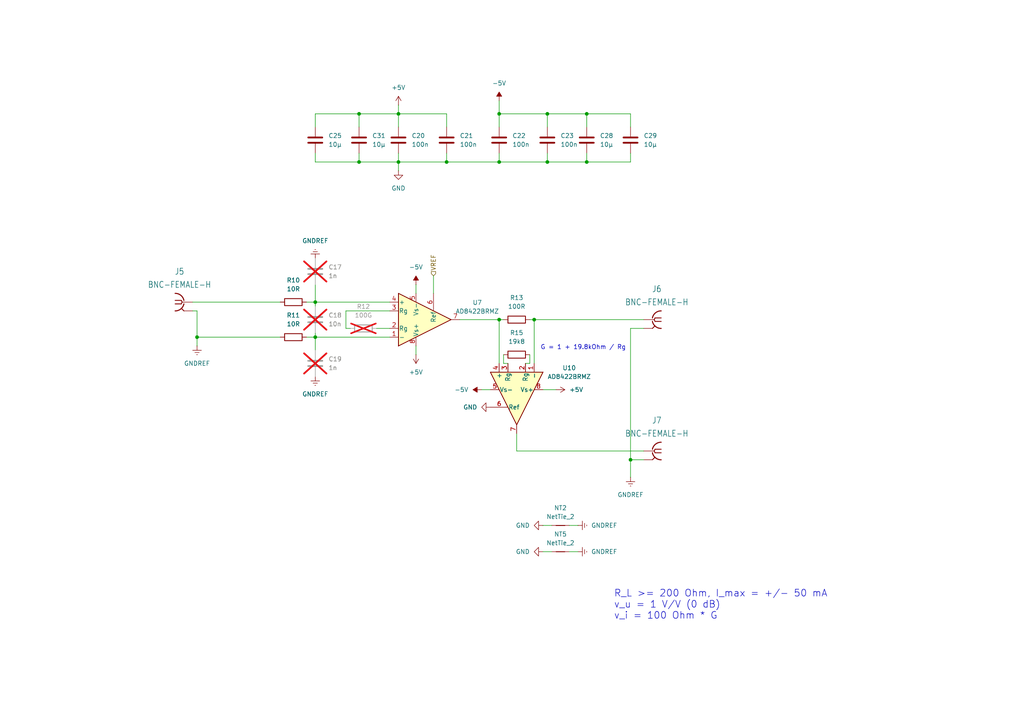
<source format=kicad_sch>
(kicad_sch (version 20231120) (generator "eeschema") (generator_version "8.0")
  (paper "A4")
  (lib_symbols
    (symbol "Amplifier_Instrumentation:AD8422BRMZ" (pin_names (offset 0.127))
      (property "Reference" "U" (at 3.556 7.366 0))
      (property "Value" "AD8422BRMZ" (at 7.366 5.334 0))
      (symbol "AD8422BRMZ_0_1"
        (polyline (pts (xy -5.08 7.62) (xy -5.08 -7.62) (xy 10.16 0) (xy -5.08 7.62)) (stroke (width 0.254)) (fill (type background)))
      )
      (symbol "AD8422BRMZ_1_1"
        (pin input line (at -7.62 5.08 0) (length 2.54) (name "-") (number "1"))
        (pin passive line (at -7.62 2.54 0) (length 2.54) (name "Rg") (number "2"))
        (pin passive line (at -7.62 -2.54 0) (length 2.54) (name "Rg") (number "3"))
        (pin input line (at -7.62 -5.08 0) (length 2.54) (name "+") (number "4"))
        (pin power_in line (at 0 -7.62 90) (length 2.54) (name "Vs-") (number "5"))
        (pin passive line (at 5.08 -7.62 90) (length 5.08) (name "Ref") (number "6"))
        (pin output line (at 12.7 0 180) (length 2.54) (name "~") (number "7"))
        (pin power_in line (at 0 7.62 270) (length 2.54) (name "Vs+") (number "8"))
      )
    )
    (symbol "Device:NetTie_2" (pin_numbers hide) (pin_names (offset 0) hide) (in_bom no)
      (property "Reference" "NT" (at 0 1.27 0))
      (property "Value" "NetTie_2" (at 0 -1.27 0))
      (symbol "NetTie_2_0_1"
        (polyline (pts (xy -1.27 0) (xy 1.27 0)) (stroke (width 0.254)))
      )
      (symbol "NetTie_2_1_1"
        (pin passive line (at -2.54 0 0) (length 2.54) (name "1") (number "1"))
        (pin passive line (at 2.54 0 180) (length 2.54) (name "2") (number "2"))
      )
    )
    (symbol "connectors:BNC-FEMALE-H" (exclude_from_sim yes)
      (property "Reference" "J" (at -2.54 3.302 0))
      (property "Value" "BNC-FEMALE-H" (at -3.048 -5.588 0))
      (symbol "BNC-FEMALE-H_1_0"
        (arc (start -2.54 -2.54) (mid -0.9022 -1.9838) (end 0 -0.508) (stroke (width 0.3048)))
        (polyline (pts (xy -2.54 0.508) (xy -0.762 0.508)) (stroke (width 0.254)))
        (polyline (pts (xy -0.762 -0.508) (xy -2.54 -0.508)) (stroke (width 0.254)))
        (polyline (pts (xy -0.762 0.508) (xy -0.508 0)) (stroke (width 0.254)))
        (polyline (pts (xy -0.508 0) (xy -0.762 -0.508)) (stroke (width 0.254)))
        (polyline (pts (xy 0 -2.54) (xy -0.762 -1.778)) (stroke (width 0.254)))
        (polyline (pts (xy 0 0) (xy -0.508 0)) (stroke (width 0.1524)))
        (arc (start 0 0.508) (mid -0.9022 1.9838) (end -2.54 2.54) (stroke (width 0.3048)))
        (pin bidirectional line (at 2.54 0 180) (length 2.54) (name "SIG") (number "1"))
        (pin bidirectional line (at 2.54 -2.54 180) (length 2.54) (name "GND") (number "2"))
      )
    )
    (symbol "passive:C0402" (pin_numbers hide) (pin_names (offset 0.254))
      (property "Reference" "C" (at 0.635 2.54 0))
      (property "Value" "C0402" (at 0.635 -2.54 0))
      (symbol "C0402_0_1"
        (polyline (pts (xy -2.032 -0.762) (xy 2.032 -0.762)) (stroke (width 0.508)))
        (polyline (pts (xy -2.032 0.762) (xy 2.032 0.762)) (stroke (width 0.508)))
      )
      (symbol "C0402_1_1"
        (pin passive line (at 0 3.81 270) (length 2.794) (name "~") (number "1"))
        (pin passive line (at 0 -3.81 90) (length 2.794) (name "~") (number "2"))
      )
    )
    (symbol "passive:C0805" (pin_numbers hide) (pin_names (offset 0.254))
      (property "Reference" "C" (at 0.635 2.54 0))
      (property "Value" "C0805" (at 0.635 -2.54 0))
      (symbol "C0805_0_1"
        (polyline (pts (xy -2.032 -0.762) (xy 2.032 -0.762)) (stroke (width 0.508)))
        (polyline (pts (xy -2.032 0.762) (xy 2.032 0.762)) (stroke (width 0.508)))
      )
      (symbol "C0805_1_1"
        (pin passive line (at 0 3.81 270) (length 2.794) (name "~") (number "1"))
        (pin passive line (at 0 -3.81 90) (length 2.794) (name "~") (number "2"))
      )
    )
    (symbol "passive:R0402" (pin_numbers hide) (pin_names (offset 0))
      (property "Reference" "R" (at 2.032 0 90))
      (property "Value" "R" (at 0 0 90))
      (symbol "R0402_0_1"
        (rectangle (start -1.016 -2.54) (end 1.016 2.54) (stroke (width 0.254)))
      )
      (symbol "R0402_1_1"
        (pin passive line (at 0 3.81 270) (length 1.27) (name "~") (number "1"))
        (pin passive line (at 0 -3.81 90) (length 1.27) (name "~") (number "2"))
      )
    )
    (symbol "power:+5V" (power) (pin_numbers hide) (pin_names (offset 0) hide)
      (property "Value" "+5V" (at 0 3.556 0))
      (symbol "+5V_0_1"
        (polyline (pts (xy -0.762 1.27) (xy 0 2.54)))
        (polyline (pts (xy 0 0) (xy 0 2.54)))
        (polyline (pts (xy 0 2.54) (xy 0.762 1.27)))
      )
      (symbol "+5V_1_1"
        (pin power_in line (at 0 0 90) (length 0) (name "~") (number "1"))
      )
    )
    (symbol "power:-5V" (power) (pin_numbers hide) (pin_names (offset 0) hide)
      (property "Value" "-5V" (at 0 3.556 0))
      (symbol "-5V_0_0"
        (pin power_in line (at 0 0 90) (length 0) (name "~") (number "1"))
      )
      (symbol "-5V_0_1"
        (polyline (pts (xy 0 0) (xy 0 1.27) (xy 0.762 1.27) (xy 0 2.54) (xy -0.762 1.27) (xy 0 1.27)) (fill (type outline)))
      )
    )
    (symbol "power:GND" (power) (pin_numbers hide) (pin_names (offset 0) hide)
      (property "Value" "GND" (at 0 -3.81 0))
      (symbol "GND_0_1"
        (polyline (pts (xy 0 0) (xy 0 -1.27) (xy 1.27 -1.27) (xy 0 -2.54) (xy -1.27 -1.27) (xy 0 -1.27)))
      )
      (symbol "GND_1_1"
        (pin power_in line (at 0 0 270) (length 0) (name "~") (number "1"))
      )
    )
    (symbol "power:GNDREF" (power) (pin_numbers hide) (pin_names (offset 0) hide)
      (property "Value" "GNDREF" (at 0 -3.81 0))
      (symbol "GNDREF_0_1"
        (polyline (pts (xy -0.635 -1.905) (xy 0.635 -1.905)))
        (polyline (pts (xy -0.127 -2.54) (xy 0.127 -2.54)))
        (polyline (pts (xy 0 -1.27) (xy 0 0)))
        (polyline (pts (xy 1.27 -1.27) (xy -1.27 -1.27)))
      )
      (symbol "GNDREF_1_1"
        (pin power_in line (at 0 0 270) (length 0) (name "~") (number "1"))
      )
    )
  )
  (junction (at 104.14 46.99))
  (junction (at 115.57 33.02))
  (junction (at 154.94 92.71))
  (junction (at 182.88 133.35))
  (junction (at 144.78 46.99))
  (junction (at 170.18 33.02))
  (junction (at 91.44 97.79))
  (junction (at 144.78 33.02))
  (junction (at 91.44 87.63))
  (junction (at 158.75 46.99))
  (junction (at 144.78 92.71))
  (junction (at 158.75 33.02))
  (junction (at 115.57 46.99))
  (junction (at 129.54 46.99))
  (junction (at 104.14 33.02))
  (junction (at 170.18 46.99))
  (junction (at 57.15 97.79))
  (wire (pts (xy 158.75 33.02) (xy 158.75 36.83)))
  (wire (pts (xy 115.57 30.48) (xy 115.57 33.02)))
  (wire (pts (xy 170.18 44.45) (xy 170.18 46.99)))
  (wire (pts (xy 100.33 90.17) (xy 100.33 95.25)))
  (wire (pts (xy 153.67 92.71) (xy 154.94 92.71)))
  (wire (pts (xy 182.88 95.25) (xy 182.88 133.35)))
  (wire (pts (xy 158.75 46.99) (xy 170.18 46.99)))
  (wire (pts (xy 158.75 44.45) (xy 158.75 46.99)))
  (wire (pts (xy 55.88 90.17) (xy 57.15 90.17)))
  (wire (pts (xy 109.22 95.25) (xy 113.03 95.25)))
  (wire (pts (xy 91.44 82.55) (xy 91.44 87.63)))
  (wire (pts (xy 186.69 130.81) (xy 149.86 130.81)))
  (wire (pts (xy 133.35 92.71) (xy 144.78 92.71)))
  (wire (pts (xy 147.32 105.41) (xy 146.05 105.41)))
  (wire (pts (xy 57.15 97.79) (xy 81.28 97.79)))
  (wire (pts (xy 170.18 33.02) (xy 182.88 33.02)))
  (wire (pts (xy 154.94 92.71) (xy 186.69 92.71)))
  (wire (pts (xy 129.54 46.99) (xy 144.78 46.99)))
  (wire (pts (xy 186.69 95.25) (xy 182.88 95.25)))
  (wire (pts (xy 170.18 36.83) (xy 170.18 33.02)))
  (wire (pts (xy 139.7 113.03) (xy 142.24 113.03)))
  (wire (pts (xy 115.57 44.45) (xy 115.57 46.99)))
  (wire (pts (xy 91.44 44.45) (xy 91.44 46.99)))
  (wire (pts (xy 144.78 33.02) (xy 158.75 33.02)))
  (wire (pts (xy 182.88 133.35) (xy 186.69 133.35)))
  (wire (pts (xy 165.1 160.02) (xy 167.64 160.02)))
  (wire (pts (xy 144.78 92.71) (xy 144.78 105.41)))
  (wire (pts (xy 104.14 44.45) (xy 104.14 46.99)))
  (wire (pts (xy 152.4 105.41) (xy 153.67 105.41)))
  (wire (pts (xy 91.44 97.79) (xy 113.03 97.79)))
  (wire (pts (xy 144.78 36.83) (xy 144.78 33.02)))
  (wire (pts (xy 91.44 87.63) (xy 113.03 87.63)))
  (wire (pts (xy 88.9 97.79) (xy 91.44 97.79)))
  (wire (pts (xy 125.73 80.01) (xy 125.73 85.09)))
  (wire (pts (xy 182.88 44.45) (xy 182.88 46.99)))
  (wire (pts (xy 91.44 97.79) (xy 91.44 101.6)))
  (wire (pts (xy 170.18 46.99) (xy 182.88 46.99)))
  (wire (pts (xy 158.75 33.02) (xy 170.18 33.02)))
  (wire (pts (xy 144.78 44.45) (xy 144.78 46.99)))
  (wire (pts (xy 153.67 102.87) (xy 153.67 105.41)))
  (wire (pts (xy 91.44 46.99) (xy 104.14 46.99)))
  (wire (pts (xy 104.14 36.83) (xy 104.14 33.02)))
  (wire (pts (xy 115.57 33.02) (xy 115.57 36.83)))
  (wire (pts (xy 182.88 36.83) (xy 182.88 33.02)))
  (wire (pts (xy 165.1 152.4) (xy 167.64 152.4)))
  (wire (pts (xy 129.54 33.02) (xy 129.54 36.83)))
  (wire (pts (xy 91.44 96.52) (xy 91.44 97.79)))
  (wire (pts (xy 88.9 87.63) (xy 91.44 87.63)))
  (wire (pts (xy 144.78 92.71) (xy 146.05 92.71)))
  (wire (pts (xy 91.44 33.02) (xy 104.14 33.02)))
  (wire (pts (xy 100.33 95.25) (xy 101.6 95.25)))
  (wire (pts (xy 157.48 152.4) (xy 160.02 152.4)))
  (wire (pts (xy 182.88 133.35) (xy 182.88 138.43)))
  (wire (pts (xy 100.33 90.17) (xy 113.03 90.17)))
  (wire (pts (xy 57.15 97.79) (xy 57.15 100.33)))
  (wire (pts (xy 149.86 130.81) (xy 149.86 125.73)))
  (wire (pts (xy 146.05 102.87) (xy 146.05 105.41)))
  (wire (pts (xy 104.14 33.02) (xy 115.57 33.02)))
  (wire (pts (xy 55.88 87.63) (xy 81.28 87.63)))
  (wire (pts (xy 144.78 29.21) (xy 144.78 33.02)))
  (wire (pts (xy 129.54 44.45) (xy 129.54 46.99)))
  (wire (pts (xy 157.48 113.03) (xy 161.29 113.03)))
  (wire (pts (xy 154.94 92.71) (xy 154.94 105.41)))
  (wire (pts (xy 91.44 36.83) (xy 91.44 33.02)))
  (wire (pts (xy 115.57 33.02) (xy 129.54 33.02)))
  (wire (pts (xy 115.57 46.99) (xy 129.54 46.99)))
  (wire (pts (xy 115.57 46.99) (xy 115.57 49.53)))
  (wire (pts (xy 91.44 87.63) (xy 91.44 88.9)))
  (wire (pts (xy 120.65 82.55) (xy 120.65 85.09)))
  (wire (pts (xy 104.14 46.99) (xy 115.57 46.99)))
  (wire (pts (xy 158.75 46.99) (xy 144.78 46.99)))
  (wire (pts (xy 57.15 90.17) (xy 57.15 97.79)))
  (wire (pts (xy 157.48 160.02) (xy 160.02 160.02)))
  (wire (pts (xy 120.65 100.33) (xy 120.65 102.87)))
  (text "R_L >= 200 Ohm, I_max = +/- 50 mA\nv_u = 1 V/V (0 dB)\nv_i = 100 Ohm * G" (at 178.054 179.832 0) (effects (font (size 2 2)) (justify left bottom)))
  (text "G = 1 + 19.8kOhm / Rg" (at 169.164 100.838 0) (effects (font (size 1.27 1.27))))
  (hierarchical_label "VREF" (shape input) (at 125.73 80.01 90))
  (symbol (lib_id "passive:R0402") (at 149.86 102.87 270) (unit 1)
    (property "Reference" "R15" (at 149.86 96.52 90))
    (property "Value" "19k8" (at 149.86 99.06 90))
    (property "Footprint" "Resistor_SMD:R_0402_1005Metric" (effects (hide yes)))
    (property "Description" "Resistor" (effects (hide yes)))
    (instances (project "MXO_Offset_Generator" (path "" (reference "R15") (unit 1)) (path "" (reference "R14") (unit 1))))
  )
  (symbol (lib_id "passive:R0402") (at 85.09 87.63 90) (unit 1)
    (property "Reference" "R10" (at 85.09 81.28 90))
    (property "Value" "10R" (at 85.09 83.82 90))
    (property "Footprint" "Resistor_SMD:R_0402_1005Metric" (effects (hide yes)))
    (property "Description" "Resistor" (effects (hide yes)))
    (instances (project "MXO_Offset_Generator" (path "" (reference "R10") (unit 1)) (path "" (reference "R6") (unit 1))))
  )
  (symbol (lib_id "passive:C0402") (at 129.54 40.64 0) (unit 1)
    (property "Reference" "C21" (at 133.35 39.3699 0) (effects (justify left)))
    (property "Value" "100n" (at 133.35 41.9099 0) (effects (justify left)))
    (property "Footprint" "Capacitor_SMD:C_0402_1005Metric" (effects (hide yes)))
    (property "Description" "Unpolarized capacitor" (effects (hide yes)))
    (instances (project "MXO_Offset_Generator" (path "" (reference "C21") (unit 1)) (path "" (reference "C14") (unit 1))))
  )
  (symbol (lib_id "power:-5V") (at 120.65 82.55 0) (unit 1)
    (property "Reference" "#PWR038" (effects (hide yes)))
    (property "Value" "-5V" (at 120.65 77.47 0))
    (property "Description" "Power symbol creates a global label with name \"-5V\"" (effects (hide yes)))
    (instances (project "MXO_Offset_Generator" (path "" (reference "#PWR038") (unit 1)) (path "" (reference "#PWR022") (unit 1))))
  )
  (symbol (lib_id "passive:C0402") (at 91.44 105.41 0) (unit 1) (dnp yes)
    (property "Reference" "C19" (at 95.25 104.1399 0) (effects (justify left)))
    (property "Value" "1n" (at 95.25 106.6799 0) (effects (justify left)))
    (property "Footprint" "Capacitor_SMD:C_0402_1005Metric" (effects (hide yes)))
    (property "Description" "Unpolarized capacitor" (effects (hide yes)))
    (instances (project "MXO_Offset_Generator" (path "" (reference "C19") (unit 1)) (path "" (reference "C12") (unit 1))))
  )
  (symbol (lib_id "passive:C0805") (at 170.18 40.64 0) (unit 1)
    (property "Reference" "C28" (at 173.99 39.3699 0) (effects (justify left)))
    (property "Value" "10µ" (at 173.99 41.9099 0) (effects (justify left)))
    (property "Footprint" "Capacitor_SMD:C_0805_2012Metric" (effects (hide yes)))
    (property "Description" "Unpolarized capacitor" (effects (hide yes)))
    (instances (project "MXO_Offset_Generator" (path "" (reference "C28") (unit 1)) (path "" (reference "C26") (unit 1))))
  )
  (symbol (lib_id "power:+5V") (at 161.29 113.03 270) (unit 1)
    (property "Reference" "#PWR043" (effects (hide yes)))
    (property "Value" "+5V" (at 165.1 113.0299 90) (effects (justify left)))
    (property "Description" "Power symbol creates a global label with name \"+5V\"" (effects (hide yes)))
    (instances (project "MXO_Offset_Generator" (path "" (reference "#PWR043") (unit 1)) (path "" (reference "#PWR027") (unit 1))))
  )
  (symbol (lib_id "passive:C0805") (at 91.44 40.64 0) (unit 1)
    (property "Reference" "C25" (at 95.25 39.3699 0) (effects (justify left)))
    (property "Value" "10µ" (at 95.25 41.9099 0) (effects (justify left)))
    (property "Footprint" "Capacitor_SMD:C_0805_2012Metric" (effects (hide yes)))
    (property "Description" "Unpolarized capacitor" (effects (hide yes)))
    (instances (project "MXO_Offset_Generator" (path "" (reference "C25") (unit 1)) (path "" (reference "C24") (unit 1))))
  )
  (symbol (lib_id "Device:NetTie_2") (at 162.56 160.02 0) (unit 1) (in_bom no)
    (property "Reference" "NT4" (at 162.56 154.94 0))
    (property "Value" "NetTie_2" (at 162.56 157.48 0))
    (property "Footprint" "NetTie:NetTie-2_SMD_Pad0.5mm" (effects (hide yes)))
    (property "Description" "Net tie, 2 pins" (effects (hide yes)))
    (instances (project "MXO_Offset_Generator" (path "" (reference "NT5") (unit 1)) (path "" (reference "NT4") (unit 1))))
  )
  (symbol (lib_id "power:GND") (at 142.24 118.11 270) (unit 1)
    (property "Reference" "#PWR041" (effects (hide yes)))
    (property "Value" "GND" (at 138.43 118.1099 90) (effects (justify right)))
    (property "Description" "Power symbol creates a global label with name \"GND\" , ground" (effects (hide yes)))
    (instances (project "MXO_Offset_Generator" (path "" (reference "#PWR041") (unit 1)) (path "" (reference "#PWR025") (unit 1))))
  )
  (symbol (lib_id "passive:C0805") (at 182.88 40.64 0) (unit 1)
    (property "Reference" "C29" (at 186.69 39.3699 0) (effects (justify left)))
    (property "Value" "10µ" (at 186.69 41.9099 0) (effects (justify left)))
    (property "Footprint" "Capacitor_SMD:C_0805_2012Metric" (effects (hide yes)))
    (property "Description" "Unpolarized capacitor" (effects (hide yes)))
    (instances (project "MXO_Offset_Generator" (path "" (reference "C29") (unit 1)) (path "" (reference "C27") (unit 1))))
  )
  (symbol (lib_id "power:-5V") (at 139.7 113.03 90) (unit 1)
    (property "Reference" "#PWR040" (effects (hide yes)))
    (property "Value" "-5V" (at 135.89 113.0299 90) (effects (justify left)))
    (property "Description" "Power symbol creates a global label with name \"-5V\"" (effects (hide yes)))
    (instances (project "MXO_Offset_Generator" (path "" (reference "#PWR040") (unit 1)) (path "" (reference "#PWR024") (unit 1))))
  )
  (symbol (lib_id "passive:R0402") (at 85.09 97.79 90) (unit 1)
    (property "Reference" "R11" (at 85.09 91.44 90))
    (property "Value" "10R" (at 85.09 93.98 90))
    (property "Footprint" "Resistor_SMD:R_0402_1005Metric" (effects (hide yes)))
    (property "Description" "Resistor" (effects (hide yes)))
    (instances (project "MXO_Offset_Generator" (path "" (reference "R11") (unit 1)) (path "" (reference "R7") (unit 1))))
  )
  (symbol (lib_id "passive:C0402") (at 91.44 92.71 0) (unit 1) (dnp yes)
    (property "Reference" "C18" (at 95.25 91.4399 0) (effects (justify left)))
    (property "Value" "10n" (at 95.25 93.9799 0) (effects (justify left)))
    (property "Footprint" "Capacitor_SMD:C_0402_1005Metric" (effects (hide yes)))
    (property "Description" "Unpolarized capacitor" (effects (hide yes)))
    (instances (project "MXO_Offset_Generator" (path "" (reference "C18") (unit 1)) (path "" (reference "C11") (unit 1))))
  )
  (symbol (lib_id "passive:R0402") (at 105.41 95.25 270) (unit 1) (dnp yes)
    (property "Reference" "R12" (at 105.41 88.9 90))
    (property "Value" "100G" (at 105.41 91.44 90))
    (property "Footprint" "Resistor_SMD:R_0402_1005Metric" (effects (hide yes)))
    (property "Description" "Resistor" (effects (hide yes)))
    (instances (project "MXO_Offset_Generator" (path "" (reference "R12") (unit 1)) (path "" (reference "R8") (unit 1))))
  )
  (symbol (lib_id "power:GND") (at 157.48 160.02 270) (unit 1)
    (property "Reference" "#PWR072" (effects (hide yes)))
    (property "Value" "GND" (at 153.67 160.0199 90) (effects (justify right)))
    (property "Description" "Power symbol creates a global label with name \"GND\" , ground" (effects (hide yes)))
    (instances (project "MXO_Offset_Generator" (path "" (reference "#PWR074") (unit 1)) (path "" (reference "#PWR072") (unit 1))))
  )
  (symbol (lib_id "power:GNDREF") (at 167.64 152.4 90) (unit 1)
    (property "Reference" "#PWR044" (effects (hide yes)))
    (property "Value" "GNDREF" (at 171.45 152.3999 90) (effects (justify right)))
    (property "Description" "Power symbol creates a global label with name \"GNDREF\" , reference supply ground" (effects (hide yes)))
    (instances (project "MXO_Offset_Generator" (path "" (reference "#PWR046") (unit 1)) (path "" (reference "#PWR044") (unit 1))))
  )
  (symbol (lib_id "Amplifier_Instrumentation:AD8422BRMZ") (at 120.65 92.71 0) (mirror x) (unit 1)
    (property "Reference" "U7" (at 138.43 87.7568 0))
    (property "Value" "AD8422BRMZ" (at 138.43 90.2968 0))
    (property "Footprint" "Package_SO:MSOP-8_3x3mm_P0.65mm" (effects (hide yes)))
    (property "Datasheet" "https://www.analog.com/media/en/technical-documentation/data-sheets/AD8422.pdf" (effects (hide yes)))
    (property "Description" "Low Power, Rail to Rail, Instumentation Amplifier, MSOP-8" (effects (hide yes)))
    (instances (project "" (path "" (reference "U7") (unit 1)) (path "" (reference "U6") (unit 1))))
  )
  (symbol (lib_id "power:GNDREF") (at 91.44 74.93 180) (unit 1)
    (property "Reference" "#PWR034" (effects (hide yes)))
    (property "Value" "GNDREF" (at 91.44 69.85 0))
    (property "Description" "Power symbol creates a global label with name \"GNDREF\" , reference supply ground" (effects (hide yes)))
    (instances (project "MXO_Offset_Generator" (path "" (reference "#PWR034") (unit 1)) (path "" (reference "#PWR018") (unit 1))))
  )
  (symbol (lib_id "connectors:BNC-FEMALE-H") (at 53.34 87.63 0) (unit 1) (exclude_from_sim yes)
    (property "Reference" "J5" (at 52.07 78.74 0) (effects (font (size 1.778 1.5113))))
    (property "Value" "BNC-FEMALE-H" (at 52.07 82.55 0) (effects (font (size 1.778 1.5113))))
    (property "Footprint" "connectors:BNC-MALE-H" (effects (hide yes)))
    (instances (project "MXO_Offset_Generator" (path "" (reference "J5") (unit 1)) (path "" (reference "J2") (unit 1))))
  )
  (symbol (lib_id "power:GNDREF") (at 182.88 138.43 0) (unit 1)
    (property "Reference" "#PWR07" (effects (hide yes)))
    (property "Value" "GNDREF" (at 182.88 143.51 0))
    (property "Description" "Power symbol creates a global label with name \"GNDREF\" , reference supply ground" (effects (hide yes)))
    (instances (project "MXO_Offset_Generator" (path "" (reference "#PWR028") (unit 1)) (path "" (reference "#PWR07") (unit 1))))
  )
  (symbol (lib_id "power:GND") (at 115.57 49.53 0) (unit 1)
    (property "Reference" "#PWR037" (effects (hide yes)))
    (property "Value" "GND" (at 115.57 54.61 0))
    (property "Description" "Power symbol creates a global label with name \"GND\" , ground" (effects (hide yes)))
    (instances (project "MXO_Offset_Generator" (path "" (reference "#PWR037") (unit 1)) (path "" (reference "#PWR021") (unit 1))))
  )
  (symbol (lib_id "power:GNDREF") (at 91.44 109.22 0) (unit 1)
    (property "Reference" "#PWR035" (effects (hide yes)))
    (property "Value" "GNDREF" (at 91.44 114.3 0))
    (property "Description" "Power symbol creates a global label with name \"GNDREF\" , reference supply ground" (effects (hide yes)))
    (instances (project "MXO_Offset_Generator" (path "" (reference "#PWR035") (unit 1)) (path "" (reference "#PWR019") (unit 1))))
  )
  (symbol (lib_id "power:GNDREF") (at 167.64 160.02 90) (unit 1)
    (property "Reference" "#PWR073" (effects (hide yes)))
    (property "Value" "GNDREF" (at 171.45 160.0199 90) (effects (justify right)))
    (property "Description" "Power symbol creates a global label with name \"GNDREF\" , reference supply ground" (effects (hide yes)))
    (instances (project "MXO_Offset_Generator" (path "" (reference "#PWR075") (unit 1)) (path "" (reference "#PWR073") (unit 1))))
  )
  (symbol (lib_id "passive:C0402") (at 144.78 40.64 0) (unit 1)
    (property "Reference" "C22" (at 148.59 39.3699 0) (effects (justify left)))
    (property "Value" "100n" (at 148.59 41.9099 0) (effects (justify left)))
    (property "Footprint" "Capacitor_SMD:C_0402_1005Metric" (effects (hide yes)))
    (property "Description" "Unpolarized capacitor" (effects (hide yes)))
    (instances (project "MXO_Offset_Generator" (path "" (reference "C22") (unit 1)) (path "" (reference "C15") (unit 1))))
  )
  (symbol (lib_id "passive:R0402") (at 149.86 92.71 90) (unit 1)
    (property "Reference" "R13" (at 149.86 86.36 90))
    (property "Value" "100R" (at 149.86 88.9 90))
    (property "Footprint" "Resistor_SMD:R_0402_1005Metric" (effects (hide yes)))
    (property "Description" "Resistor" (effects (hide yes)))
    (instances (project "MXO_Offset_Generator" (path "" (reference "R13") (unit 1)) (path "" (reference "R9") (unit 1))))
  )
  (symbol (lib_id "passive:C0402") (at 91.44 78.74 0) (unit 1) (dnp yes)
    (property "Reference" "C17" (at 95.25 77.4699 0) (effects (justify left)))
    (property "Value" "1n" (at 95.25 80.0099 0) (effects (justify left)))
    (property "Footprint" "Capacitor_SMD:C_0402_1005Metric" (effects (hide yes)))
    (property "Description" "Unpolarized capacitor" (effects (hide yes)))
    (instances (project "MXO_Offset_Generator" (path "" (reference "C17") (unit 1)) (path "" (reference "C10") (unit 1))))
  )
  (symbol (lib_id "passive:C0805") (at 104.14 40.64 0) (unit 1)
    (property "Reference" "C31" (at 107.95 39.3699 0) (effects (justify left)))
    (property "Value" "10µ" (at 107.95 41.9099 0) (effects (justify left)))
    (property "Footprint" "Capacitor_SMD:C_0805_2012Metric" (effects (hide yes)))
    (property "Description" "Unpolarized capacitor" (effects (hide yes)))
    (instances (project "MXO_Offset_Generator" (path "" (reference "C31") (unit 1)) (path "" (reference "C30") (unit 1))))
  )
  (symbol (lib_id "power:+5V") (at 120.65 102.87 180) (unit 1)
    (property "Reference" "#PWR039" (effects (hide yes)))
    (property "Value" "+5V" (at 120.65 107.95 0))
    (property "Description" "Power symbol creates a global label with name \"+5V\"" (effects (hide yes)))
    (instances (project "" (path "" (reference "#PWR039") (unit 1)) (path "" (reference "#PWR023") (unit 1))))
  )
  (symbol (lib_id "connectors:BNC-FEMALE-H") (at 189.23 92.71 0) (mirror y) (unit 1) (exclude_from_sim yes)
    (property "Reference" "J6" (at 190.5 83.82 0) (effects (font (size 1.778 1.5113))))
    (property "Value" "BNC-FEMALE-H" (at 190.5 87.63 0) (effects (font (size 1.778 1.5113))))
    (property "Footprint" "connectors:BNC-MALE-H" (effects (hide yes)))
    (instances (project "MXO_Offset_Generator" (path "" (reference "J6") (unit 1)) (path "" (reference "J3") (unit 1))))
  )
  (symbol (lib_id "power:+5V") (at 115.57 30.48 0) (unit 1)
    (property "Reference" "#PWR036" (effects (hide yes)))
    (property "Value" "+5V" (at 115.57 25.4 0))
    (property "Description" "Power symbol creates a global label with name \"+5V\"" (effects (hide yes)))
    (instances (project "MXO_Offset_Generator" (path "" (reference "#PWR036") (unit 1)) (path "" (reference "#PWR020") (unit 1))))
  )
  (symbol (lib_id "passive:C0402") (at 115.57 40.64 0) (unit 1)
    (property "Reference" "C20" (at 119.38 39.3699 0) (effects (justify left)))
    (property "Value" "100n" (at 119.38 41.9099 0) (effects (justify left)))
    (property "Footprint" "Capacitor_SMD:C_0402_1005Metric" (effects (hide yes)))
    (property "Description" "Unpolarized capacitor" (effects (hide yes)))
    (instances (project "" (path "" (reference "C20") (unit 1)) (path "" (reference "C13") (unit 1))))
  )
  (symbol (lib_id "connectors:BNC-FEMALE-H") (at 189.23 130.81 0) (mirror y) (unit 1) (exclude_from_sim yes)
    (property "Reference" "J7" (at 190.5 121.92 0) (effects (font (size 1.778 1.5113))))
    (property "Value" "BNC-FEMALE-H" (at 190.5 125.73 0) (effects (font (size 1.778 1.5113))))
    (property "Footprint" "connectors:BNC-MALE-H" (effects (hide yes)))
    (instances (project "MXO_Offset_Generator" (path "" (reference "J7") (unit 1)) (path "" (reference "J4") (unit 1))))
  )
  (symbol (lib_id "power:GND") (at 157.48 152.4 270) (unit 1)
    (property "Reference" "#PWR067" (effects (hide yes)))
    (property "Value" "GND" (at 153.67 152.3999 90) (effects (justify right)))
    (property "Description" "Power symbol creates a global label with name \"GND\" , ground" (effects (hide yes)))
    (instances (project "" (path "" (reference "#PWR067") (unit 1)) (path "" (reference "#PWR066") (unit 1))))
  )
  (symbol (lib_id "Device:NetTie_2") (at 162.56 152.4 0) (unit 1) (in_bom no)
    (property "Reference" "NT2" (at 162.56 147.32 0))
    (property "Value" "NetTie_2" (at 162.56 149.86 0))
    (property "Footprint" "NetTie:NetTie-2_SMD_Pad0.5mm" (effects (hide yes)))
    (property "Description" "Net tie, 2 pins" (effects (hide yes)))
    (instances (project "" (path "" (reference "NT2") (unit 1)) (path "" (reference "NT1") (unit 1))))
  )
  (symbol (lib_id "power:-5V") (at 144.78 29.21 0) (unit 1)
    (property "Reference" "#PWR042" (effects (hide yes)))
    (property "Value" "-5V" (at 144.78 24.13 0))
    (property "Description" "Power symbol creates a global label with name \"-5V\"" (effects (hide yes)))
    (instances (project "MXO_Offset_Generator" (path "" (reference "#PWR042") (unit 1)) (path "" (reference "#PWR026") (unit 1))))
  )
  (symbol (lib_id "Amplifier_Instrumentation:AD8422BRMZ") (at 149.86 113.03 270) (unit 1)
    (property "Reference" "U10" (at 165.1 106.7114 90))
    (property "Value" "AD8422BRMZ" (at 165.1 109.2514 90))
    (property "Footprint" "Package_SO:MSOP-8_3x3mm_P0.65mm" (effects (hide yes)))
    (property "Datasheet" "https://www.analog.com/media/en/technical-documentation/data-sheets/AD8422.pdf" (effects (hide yes)))
    (property "Description" "Low Power, Rail to Rail, Instumentation Amplifier, MSOP-8" (effects (hide yes)))
    (instances (project "MXO_Offset_Generator" (path "" (reference "U10") (unit 1)) (path "" (reference "U9") (unit 1))))
  )
  (symbol (lib_id "passive:C0402") (at 158.75 40.64 0) (unit 1)
    (property "Reference" "C23" (at 162.56 39.3699 0) (effects (justify left)))
    (property "Value" "100n" (at 162.56 41.9099 0) (effects (justify left)))
    (property "Footprint" "Capacitor_SMD:C_0402_1005Metric" (effects (hide yes)))
    (property "Description" "Unpolarized capacitor" (effects (hide yes)))
    (instances (project "MXO_Offset_Generator" (path "" (reference "C23") (unit 1)) (path "" (reference "C16") (unit 1))))
  )
  (symbol (lib_id "power:GNDREF") (at 57.15 100.33 0) (unit 1)
    (property "Reference" "#PWR033" (effects (hide yes)))
    (property "Value" "GNDREF" (at 57.15 105.41 0))
    (property "Description" "Power symbol creates a global label with name \"GNDREF\" , reference supply ground" (effects (hide yes)))
    (instances (project "MXO_Offset_Generator" (path "" (reference "#PWR033") (unit 1)) (path "" (reference "#PWR017") (unit 1))))
  )
)
</source>
